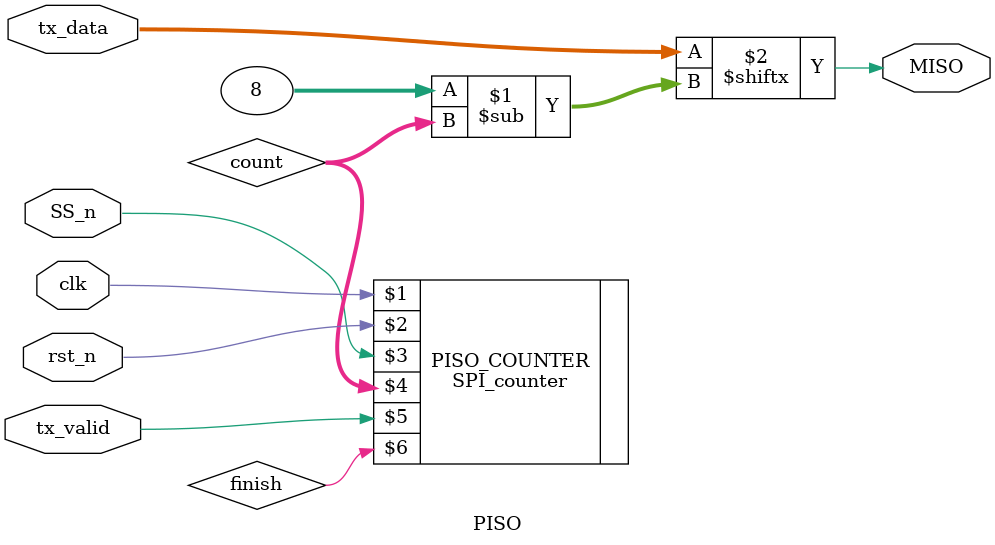
<source format=v>
module PISO (
    MISO,tx_data,tx_valid,SS_n,clk,rst_n
);
localparam tx_data_width = 8;
input clk,rst_n,SS_n,tx_valid;
input [tx_data_width-1:0] tx_data;
output  MISO;
wire finish;
wire [3:0] count;

SPI_counter #(.max_counting(8)) PISO_COUNTER (clk,rst_n,SS_n,count,tx_valid,finish);

// always @(posedge clk or negedge rst_n) begin
//     if(~rst_n)
//         MISO <=0;
//     else if (~SS_n)
//         begin
//             if (tx_valid)
//              {MISO,tx_data} <= tx_data << 1 ; 
//         end 
//     else MISO <=0;   
// end

assign MISO = tx_data[tx_data_width-count];

    
endmodule
</source>
